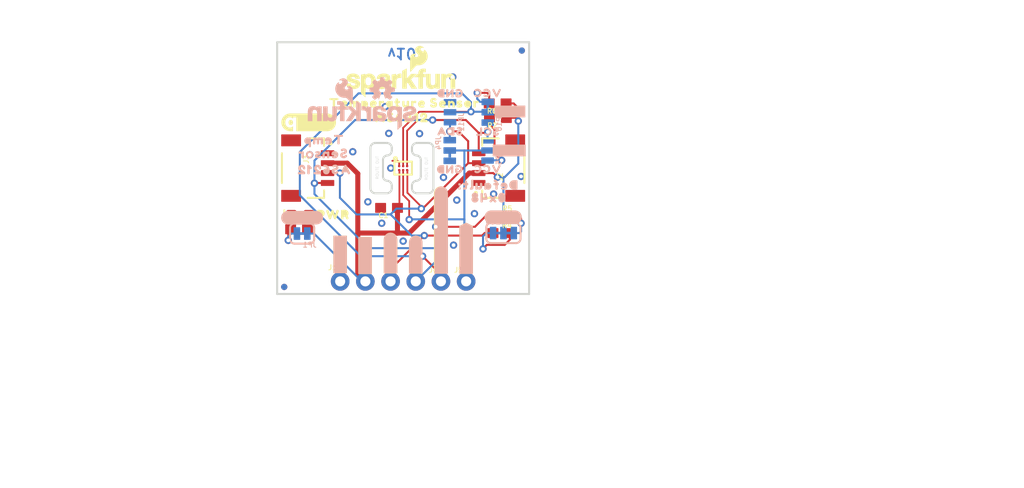
<source format=kicad_pcb>
(kicad_pcb (version 20211014) (generator pcbnew)
  (layers (0 "F.Cu" signal) (31 "B.Cu" signal) (34 "B.Paste" user) (35 "F.Paste" user) (36 "B.SilkS" user "B.Silkscreen") (37 "F.SilkS" user "F.Silkscreen") (38 "B.Mask" user) (39 "F.Mask" user) (44 "Edge.Cuts" user))
  (net 0 "")
  (net 1 "GND")
  (net 2 "3.3V")
  (net 3 "SDA")
  (net 4 "N$1")
  (net 5 "ADD0")
  (net 6 "SCL")
  (net 7 "N$2")
  (net 8 "N$3")
  (net 9 "N$7")
  (net 10 "N$8")
  (net 11 "N$5")
  (net 12 "ALERT/ADD1")
  (footprint "boardEagle:QWIIC_5.5MM" (layer "F.Cu") (at 138.9761 100.3808)
    (fp_text reference "U$15" hide)
    (fp_text value "" hide)
  )
  (footprint "boardEagle:LED-0603" (layer "F.Cu") (at 138.1125 109.728 180)
    (fp_text reference "D1" (at 0 -0.635) (layer "F.SilkS") (effects (font (size 0.512064 0.512064) (thickness 0.097536)) (justify right)))
    (fp_text value "RED")
    (pad "A" smd roundrect (at -0.877 0 90) (size 1 1) (layers "F.Cu" "F.Paste" "F.Mask") (roundrect_rratio 0.15) (net 4 "N$1"))
    (pad "C" smd roundrect (at 0.877 0 90) (size 1 1) (layers "F.Cu" "F.Paste" "F.Mask") (roundrect_rratio 0.15) (net 1 "GND"))
  )
  (footprint "boardEagle:STAND-OFF" (layer "F.Cu") (at 138.3411 94.8436)
    (fp_text reference "JP9" hide)
    (fp_text value "STAND-OFF" hide)
    (pad "" np_thru_hole circle (at 0 0) (size 3.302 3.302) (drill 3.302) (layers *.Cu *.Mask))
  )
  (footprint "boardEagle:STAND-OFF" (layer "F.Cu") (at 158.6611 115.1636)
    (fp_text reference "JP3" hide)
    (fp_text value "STAND-OFF" hide)
    (pad "" np_thru_hole circle (at 0 0) (size 3.302 3.302) (drill 3.302) (layers *.Cu *.Mask))
  )
  (footprint "boardEagle:WLCSP" (layer "F.Cu") (at 148.5011 105.0036)
    (fp_text reference "U2" hide)
    (fp_text value "AS6212" hide)
    (pad "A1" smd roundrect (at -0.4 -0.2) (size 0.25 0.25) (layers "F.Cu" "F.Paste" "F.Mask") (roundrect_rratio 0.5) (net 1 "GND"))
    (pad "A2" smd roundrect (at 0 -0.2) (size 0.25 0.25) (layers "F.Cu" "F.Paste" "F.Mask") (roundrect_rratio 0.5) (net 12 "ALERT/ADD1"))
    (pad "A3" smd roundrect (at 0.4 -0.2) (size 0.25 0.25) (layers "F.Cu" "F.Paste" "F.Mask") (roundrect_rratio 0.5) (net 6 "SCL"))
    (pad "B1" smd roundrect (at -0.4 0.2) (size 0.25 0.25) (layers "F.Cu" "F.Paste" "F.Mask") (roundrect_rratio 0.5) (net 2 "3.3V"))
    (pad "B2" smd roundrect (at 0 0.2) (size 0.25 0.25) (layers "F.Cu" "F.Paste" "F.Mask") (roundrect_rratio 0.5) (net 5 "ADD0"))
    (pad "B3" smd roundrect (at 0.4 0.2) (size 0.25 0.25) (layers "F.Cu" "F.Paste" "F.Mask") (roundrect_rratio 0.5) (net 3 "SDA"))
  )
  (footprint "boardEagle:0603" (layer "F.Cu") (at 158.4325 109.855)
    (fp_text reference "R5" (at 0 -0.762) (layer "F.SilkS") (effects (font (size 0.512064 0.512064) (thickness 0.097536)) (justify left)))
    (fp_text value "2.2k")
    (pad "1" smd roundrect (at -0.85 0) (size 1.1 1) (layers "F.Cu" "F.Paste" "F.Mask") (roundrect_rratio 0.0508) (net 6 "SCL"))
    (pad "2" smd roundrect (at 0.85 0) (size 1.1 1) (layers "F.Cu" "F.Paste" "F.Mask") (roundrect_rratio 0.0508) (net 7 "N$2"))
  )
  (footprint "boardEagle:1X01_NO_SILK" (layer "F.Cu") (at 152.3111 116.4336)
    (fp_text reference "J4" (at -1.27 -1.143) (layer "F.SilkS") (effects (font (size 0.512064 0.512064) (thickness 0.097536)) (justify left)))
    (fp_text value "")
    (pad "1" thru_hole circle (at 0 0 90) (size 1.8796 1.8796) (drill 1.016) (layers *.Cu *.Mask) (net 12 "ALERT/ADD1"))
  )
  (footprint "boardEagle:JST04_1MM_RA" (layer "F.Cu") (at 140.8811 105.0036 -90)
    (fp_text reference "J3" (at -1.397 2.159 90) (layer "F.SilkS") (effects (font (size 0.512064 0.512064) (thickness 0.097536)) (justify right)))
    (fp_text value "QWIIC_RA")
    (pad "1" smd roundrect (at -1.5 0 270) (size 0.6 1.35) (layers "F.Cu" "F.Paste" "F.Mask") (roundrect_rratio 0.08466666667) (net 1 "GND"))
    (pad "2" smd roundrect (at -0.5 0 270) (size 0.6 1.35) (layers "F.Cu" "F.Paste" "F.Mask") (roundrect_rratio 0.08466666667) (net 2 "3.3V"))
    (pad "3" smd roundrect (at 0.5 0 270) (size 0.6 1.35) (layers "F.Cu" "F.Paste" "F.Mask") (roundrect_rratio 0.08466666667) (net 3 "SDA"))
    (pad "4" smd roundrect (at 1.5 0 270) (size 0.6 1.35) (layers "F.Cu" "F.Paste" "F.Mask") (roundrect_rratio 0.08466666667) (net 6 "SCL"))
    (pad "NC1" smd roundrect (at 2.8 3.675 270) (size 1.2 2) (layers "F.Cu" "F.Paste" "F.Mask") (roundrect_rratio 0.04233333333))
    (pad "NC2" smd roundrect (at -2.8 3.675 270) (size 1.2 2) (layers "F.Cu" "F.Paste" "F.Mask") (roundrect_rratio 0.04233333333))
  )
  (footprint "boardEagle:#GND#62130" (layer "F.Cu") (at 142.1511 113.7158 90)
    (fp_text reference "U$26" hide)
    (fp_text value "" hide)
  )
  (footprint "boardEagle:PWR12" (layer "F.Cu") (at 141.4653 109.7026)
    (fp_text reference "U$19" hide)
    (fp_text value "" hide)
  )
  (footprint "boardEagle:STAND-OFF" (layer "F.Cu") (at 158.6611 94.8436)
    (fp_text reference "JP8" hide)
    (fp_text value "STAND-OFF" hide)
    (pad "" np_thru_hole circle (at 0 0) (size 3.302 3.302) (drill 3.302) (layers *.Cu *.Mask))
  )
  (footprint "boardEagle:CREATIVE_COMMONS" (layer "F.Cu") (at 128.1811 136.7536)
    (fp_text reference "FRAME1" hide)
    (fp_text value "FRAME-LETTER" hide)
  )
  (footprint "boardEagle:0603" (layer "F.Cu") (at 158.4071 111.5568)
    (fp_text reference "R4" (at 0 -0.762) (layer "F.SilkS") (effects (font (size 0.512064 0.512064) (thickness 0.097536)) (justify left)))
    (fp_text value "2.2k")
    (pad "1" smd roundrect (at -0.85 0) (size 1.1 1) (layers "F.Cu" "F.Paste" "F.Mask") (roundrect_rratio 0.0508) (net 3 "SDA"))
    (pad "2" smd roundrect (at 0.85 0) (size 1.1 1) (layers "F.Cu" "F.Paste" "F.Mask") (roundrect_rratio 0.0508) (net 8 "N$3"))
  )
  (footprint "boardEagle:0603" (layer "F.Cu") (at 138.0109 111.1758)
    (fp_text reference "R1" (at 0 -0.762) (layer "F.SilkS") (effects (font (size 0.512064 0.512064) (thickness 0.097536)) (justify left)))
    (fp_text value "1k")
    (pad "1" smd roundrect (at -0.85 0) (size 1.1 1) (layers "F.Cu" "F.Paste" "F.Mask") (roundrect_rratio 0.0508) (net 10 "N$8"))
    (pad "2" smd roundrect (at 0.85 0) (size 1.1 1) (layers "F.Cu" "F.Paste" "F.Mask") (roundrect_rratio 0.0508) (net 4 "N$1"))
  )
  (footprint "boardEagle:0603" (layer "F.Cu") (at 158.0515 99.949 180)
    (fp_text reference "R2" (at 0 -0.762) (layer "F.SilkS") (effects (font (size 0.512064 0.512064) (thickness 0.097536)) (justify right)))
    (fp_text value "10k" hide)
    (pad "1" smd roundrect (at -0.85 0 180) (size 1.1 1) (layers "F.Cu" "F.Paste" "F.Mask") (roundrect_rratio 0.0508) (net 2 "3.3V"))
    (pad "2" smd roundrect (at 0.85 0 180) (size 1.1 1) (layers "F.Cu" "F.Paste" "F.Mask") (roundrect_rratio 0.0508) (net 9 "N$7"))
  )
  (footprint "boardEagle:#ADD0#0" (layer "F.Cu") (at 154.8511 113.2586 90)
    (fp_text reference "U$31" hide)
    (fp_text value "" hide)
  )
  (footprint "boardEagle:1X01_NO_SILK" (layer "F.Cu") (at 154.8511 116.4336)
    (fp_text reference "J5" (at -1.27 -1.143) (layer "F.SilkS") (effects (font (size 0.512064 0.512064) (thickness 0.097536)) (justify left)))
    (fp_text value "")
    (pad "1" thru_hole circle (at 0 0 90) (size 1.8796 1.8796) (drill 1.016) (layers *.Cu *.Mask) (net 5 "ADD0"))
  )
  (footprint "boardEagle:0603" (layer "F.Cu") (at 147.0787 109.0168 180)
    (fp_text reference "C1" (at 0 -0.762) (layer "F.SilkS") (effects (font (size 0.512064 0.512064) (thickness 0.097536)) (justify right)))
    (fp_text value "0.1uF")
    (pad "1" smd roundrect (at -0.85 0 180) (size 1.1 1) (layers "F.Cu" "F.Paste" "F.Mask") (roundrect_rratio 0.0508) (net 2 "3.3V"))
    (pad "2" smd roundrect (at 0.85 0 180) (size 1.1 1) (layers "F.Cu" "F.Paste" "F.Mask") (roundrect_rratio 0.0508) (net 1 "GND"))
  )
  (footprint "boardEagle:FIDUCIAL-MICRO" (layer "F.Cu") (at 136.5123 116.9924)
    (fp_text reference "FD1" hide)
    (fp_text value "FIDUCIALUFIDUCIAL" hide)
    (pad "1" smd roundrect (at 0 0) (size 0.635 0.635) (layers "F.Cu" "F.Mask") (roundrect_rratio 0.5))
  )
  (footprint "boardEagle:#3V3#13" (layer "F.Cu") (at 144.6657 113.8174 90)
    (fp_text reference "U$21" hide)
    (fp_text value "" hide)
  )
  (footprint "boardEagle:JST04_1MM_RA" (layer "F.Cu") (at 156.1211 105.0036 90)
    (fp_text reference "J2" (at -1.397 2.159 90) (layer "F.SilkS") (effects (font (size 0.512064 0.512064) (thickness 0.097536)) (justify left)))
    (fp_text value "QWIIC_RA")
    (pad "1" smd roundrect (at -1.5 0 90) (size 0.6 1.35) (layers "F.Cu" "F.Paste" "F.Mask") (roundrect_rratio 0.08466666667) (net 1 "GND"))
    (pad "2" smd roundrect (at -0.5 0 90) (size 0.6 1.35) (layers "F.Cu" "F.Paste" "F.Mask") (roundrect_rratio 0.08466666667) (net 2 "3.3V"))
    (pad "3" smd roundrect (at 0.5 0 90) (size 0.6 1.35) (layers "F.Cu" "F.Paste" "F.Mask") (roundrect_rratio 0.08466666667) (net 3 "SDA"))
    (pad "4" smd roundrect (at 1.5 0 90) (size 0.6 1.35) (layers "F.Cu" "F.Paste" "F.Mask") (roundrect_rratio 0.08466666667) (net 6 "SCL"))
    (pad "NC1" smd roundrect (at 2.8 3.675 90) (size 1.2 2) (layers "F.Cu" "F.Paste" "F.Mask") (roundrect_rratio 0.04233333333))
    (pad "NC2" smd roundrect (at -2.8 3.675 90) (size 1.2 2) (layers "F.Cu" "F.Paste" "F.Mask") (roundrect_rratio 0.04233333333))
  )
  (footprint "boardEagle:#ALRT#AD1#12" (layer "F.Cu") (at 152.2857 111.4298 90)
    (fp_text reference "U$12" hide)
    (fp_text value "" hide)
  )
  (footprint "boardEagle:TEMPERATURE_SENSOR7" (layer "F.Cu") (at 148.6535 98.425)
    (fp_text reference "U$24" hide)
    (fp_text value "" hide)
  )
  (footprint "boardEagle:1X04_NO_SILK" (layer "F.Cu") (at 142.1511 116.4336)
    (fp_text reference "J1" (at -1.27 -1.397) (layer "F.SilkS") (effects (font (size 0.512064 0.512064) (thickness 0.097536)) (justify left)))
    (fp_text value "PTH")
    (pad "1" thru_hole circle (at 0 0 90) (size 1.8796 1.8796) (drill 1.016) (layers *.Cu *.Mask) (net 1 "GND"))
    (pad "2" thru_hole circle (at 2.54 0 90) (size 1.8796 1.8796) (drill 1.016) (layers *.Cu *.Mask) (net 2 "3.3V"))
    (pad "3" thru_hole circle (at 5.08 0 90) (size 1.8796 1.8796) (drill 1.016) (layers *.Cu *.Mask) (net 3 "SDA"))
    (pad "4" thru_hole circle (at 7.62 0 90) (size 1.8796 1.8796) (drill 1.016) (layers *.Cu *.Mask) (net 6 "SCL"))
  )
  (footprint "boardEagle:AS62128" (layer "F.Cu") (at 148.3995 99.8982)
    (fp_text reference "U$25" hide)
    (fp_text value "" hide)
  )
  (footprint "boardEagle:0603" (layer "F.Cu") (at 158.0261 98.4758 180)
    (fp_text reference "R6" (at 0 -0.762) (layer "F.SilkS") (effects (font (size 0.512064 0.512064) (thickness 0.097536)) (justify right)))
    (fp_text value "10k")
    (pad "1" smd roundrect (at -0.85 0 180) (size 1.1 1) (layers "F.Cu" "F.Paste" "F.Mask") (roundrect_rratio 0.0508) (net 2 "3.3V"))
    (pad "2" smd roundrect (at 0.85 0 180) (size 1.1 1) (layers "F.Cu" "F.Paste" "F.Mask") (roundrect_rratio 0.0508) (net 11 "N$5"))
  )
  (footprint "boardEagle:STAND-OFF" (layer "F.Cu") (at 138.3411 115.1636)
    (fp_text reference "JP2" hide)
    (fp_text value "STAND-OFF" hide)
    (pad "" np_thru_hole circle (at 0 0) (size 3.302 3.302) (drill 3.302) (layers *.Cu *.Mask))
  )
  (footprint "boardEagle:#SDA#62131" (layer "F.Cu") (at 147.2311 113.7412 90)
    (fp_text reference "U$28" hide)
    (fp_text value "" hide)
  )
  (footprint "boardEagle:SFE_LOGO_NAME_FLAME_.1" (layer "F.Cu") (at 148.3487 96.3676)
    (fp_text reference "LOGO4" hide)
    (fp_text value "SFE_LOGO_NAME_FLAME.1_INCH" hide)
  )
  (footprint "boardEagle:#SCL#62132" (layer "F.Cu") (at 149.7711 113.8936 90)
    (fp_text reference "U$29" hide)
    (fp_text value "" hide)
  )
  (footprint "boardEagle:FIDUCIAL-MICRO" (layer "F.Cu") (at 160.4645 93.1418)
    (fp_text reference "FD2" hide)
    (fp_text value "FIDUCIALUFIDUCIAL" hide)
    (pad "1" smd roundrect (at 0 0) (size 0.635 0.635) (layers "F.Cu" "F.Mask") (roundrect_rratio 0.5))
  )
  (footprint "boardEagle:SDA6" (layer "B.Cu") (at 153.1493 101.2952 180)
    (fp_text reference "U$10" hide)
    (fp_text value "" hide)
  )
  (footprint "boardEagle:TEMP9" (layer "B.Cu") (at 140.4239 102.1334 180)
    (fp_text reference "U$17" hide)
    (fp_text value "" hide)
  )
  (footprint "boardEagle:GND5" (layer "B.Cu") (at 153.1747 97.4598 180)
    (fp_text reference "U$9" hide)
    (fp_text value "" hide)
  )
  (footprint "boardEagle:FIDUCIAL-MICRO" (layer "B.Cu") (at 136.5123 116.9924 180)
    (fp_text reference "FD4" hide)
    (fp_text value "FIDUCIALUFIDUCIAL" hide)
    (pad "1" smd roundrect (at 0 0 180) (size 0.635 0.635) (layers "B.Cu" "B.Mask") (roundrect_rratio 0.5))
  )
  (footprint "boardEagle:VCC4" (layer "B.Cu") (at 156.9593 97.4344 180)
    (fp_text reference "U$7" hide)
    (fp_text value "" hide)
  )
  (footprint "boardEagle:0X4812" (layer "B.Cu") (at 157.0355 108.0008 180)
    (fp_text reference "U$18" hide)
    (fp_text value "" hide)
  )
  (footprint "boardEagle:OSHW-LOGO-MINI" (layer "B.Cu") (at 146.3929 97.0788 180)
    (fp_text reference "LOGO1" hide)
    (fp_text value "OSHW-LOGOMINI" hide)
  )
  (footprint "boardEagle:SMT-JUMPER_3_1-NC_TRACE_NO-SILK" (layer "B.Cu") (at 157.0355 99.3648 90)
    (fp_text reference "JP10" (at 0 1.143 90) (layer "B.SilkS") (effects (font (size 0.512064 0.512064) (thickness 0.097536)) (justify left mirror)))
    (fp_text value "JUMPER-SMT_3_1-NC_TRACE_NO-SILK")
    (fp_poly (pts (xy 0.7112 -0.13335) (xy -0.19685 -0.13335) (xy -0.19685 0.13335) (xy 0.7112 0.13335)) (layer "B.Cu") (width 0) (fill solid))
    (pad "1" smd roundrect (at -1.0414 0 90) (size 0.6604 1.27) (layers "B.Cu" "B.Mask") (roundrect_rratio 0.07692307692) (net 6 "SCL"))
    (pad "2" smd roundrect (at 0 0 90) (size 0.6604 1.27) (layers "B.Cu" "B.Mask") (roundrect_rratio 0.07692307692) (net 12 "ALERT/ADD1"))
    (pad "3" smd roundrect (at 1.0414 0 90) (size 0.6604 1.27) (layers "B.Cu" "B.Mask") (roundrect_rratio 0.07692307692) (net 11 "N$5"))
  )
  (footprint "boardEagle:SMT-JUMPER_2_NC_TRACE_SILK" (layer "B.Cu") (at 138.3157 111.6076)
    (fp_text reference "JP1" (at 0 1.143) (layer "B.SilkS") (effects (font (size 0.512064 0.512064) (thickness 0.097536)) (justify right mirror)))
    (fp_text value "LED")
    (fp_poly (pts (xy 0.1905 -0.13335) (xy -0.70485 -0.13335) (xy -0.70485 0.13335) (xy 0.1905 0.13335)) (layer "B.Cu") (width 0) (fill solid))
    (pad "1" smd roundrect (at -0.5207 0) (size 0.6604 1.27) (layers "B.Cu" "B.Mask") (roundrect_rratio 0.07692307692) (net 10 "N$8"))
    (pad "2" smd roundrect (at 0.5207 0) (size 0.6604 1.27) (layers "B.Cu" "B.Mask") (roundrect_rratio 0.07692307692) (net 2 "3.3V"))
  )
  (footprint "boardEagle:AS62128" (layer "B.Cu") (at 140.4493 105.156 180)
    (fp_text reference "U$3" hide)
    (fp_text value "" hide)
  )
  (footprint "boardEagle:#I2C#11" (layer "B.Cu") (at 158.5849 109.9566 180)
    (fp_text reference "U$2" hide)
    (fp_text value "" hide)
  )
  (footprint "boardEagle:#LED#10" (layer "B.Cu") (at 138.3157 110.0074 180)
    (fp_text reference "U$1" hide)
    (fp_text value "" hide)
  )
  (footprint "boardEagle:#3V3#13" (layer "B.Cu") (at 144.6657 113.8174 90)
    (fp_text reference "U$20" hide)
    (fp_text value "" hide)
  )
  (footprint "boardEagle:#SCL#62132" (layer "B.Cu") (at 149.7711 113.8936 90)
    (fp_text reference "U$35" hide)
    (fp_text value "" hide)
  )
  (footprint "boardEagle:SMT-JUMPER_3_2-NC_TRACE_SILK" (layer "B.Cu") (at 158.6103 111.5568 180)
    (fp_text reference "I2C0" (at 0 1.143) (layer "B.SilkS") (effects (font (size 0.512064 0.512064) (thickness 0.097536)) (justify left mirror)))
    (fp_text value "")
    (fp_poly (pts (xy 0.7112 -0.13335) (xy -0.7112 -0.13335) (xy -0.7112 0.13335) (xy 0.7112 0.13335)) (layer "B.Cu") (width 0) (fill solid))
    (pad "1" smd roundrect (at -1.0414 0 180) (size 0.6604 1.27) (layers "B.Cu" "B.Mask") (roundrect_rratio 0.07692307692) (net 7 "N$2"))
    (pad "2" smd roundrect (at 0 0 180) (size 0.6604 1.27) (layers "B.Cu" "B.Mask") (roundrect_rratio 0.07692307692) (net 2 "3.3V"))
    (pad "3" smd roundrect (at 1.0414 0 180) (size 0.6604 1.27) (layers "B.Cu" "B.Mask") (roundrect_rratio 0.07692307692) (net 8 "N$3"))
  )
  (footprint "boardEagle:DEFAULT#11" (layer "B.Cu") (at 156.9847 106.7054 180)
    (fp_text reference "U$8" hide)
    (fp_text value "" hide)
  )
  (footprint "boardEagle:SMT-JUMPER_3_1-NC_TRACE_NO-SILK" (layer "B.Cu") (at 153.2001 103.2256 -90)
    (fp_text reference "JP4" (at 0 1.143 -270) (layer "B.SilkS") (effects (font (size 0.512064 0.512064) (thickness 0.097536)) (justify right mirror)))
    (fp_text value "JUMPER-SMT_3_1-NC_TRACE_NO-SILK")
    (fp_poly (pts (xy 0.7112 -0.13335) (xy -0.19685 -0.13335) (xy -0.19685 0.13335) (xy 0.7112 0.13335)) (layer "B.Cu") (width 0) (fill solid))
    (pad "1" smd roundrect (at -1.0414 0 270) (size 0.6604 1.27) (layers "B.Cu" "B.Mask") (roundrect_rratio 0.07692307692) (net 3 "SDA"))
    (pad "2" smd roundrect (at 0 0 270) (size 0.6604 1.27) (layers "B.Cu" "B.Mask") (roundrect_rratio 0.07692307692) (net 5 "ADD0"))
    (pad "3" smd roundrect (at 1.0414 0 270) (size 0.6604 1.27) (layers "B.Cu" "B.Mask") (roundrect_rratio 0.07692307692) (net 1 "GND"))
  )
  (footprint "boardEagle:SMT-JUMPER_3_0-NO_TRACE_NO-SILK" (layer "B.Cu") (at 157.0101 103.2256 90)
    (fp_text reference "JP5" (at 0 1.143 90) (layer "B.SilkS") (effects (font (size 0.512064 0.512064) (thickness 0.097536)) (justify left mirror)))
    (fp_text value "JUMPER-SMT_3_NO_NO_SILK")
    (pad "1" smd roundrect (at -1.016 0 90) (size 0.635 1.27) (layers "B.Cu" "B.Mask") (roundrect_rratio 0.08) (net 9 "N$7"))
    (pad "2" smd roundrect (at 0 0 90) (size 0.635 1.27) (layers "B.Cu" "B.Mask") (roundrect_rratio 0.08) (net 5 "ADD0"))
    (pad "3" smd roundrect (at 1.016 0 90) (size 0.635 1.27) (layers "B.Cu" "B.Mask") (roundrect_rratio 0.08) (net 6 "SCL"))
  )
  (footprint "boardEagle:#ADD0#0" (layer "B.Cu") (at 154.8511 113.2586 90)
    (fp_text reference "U$36" hide)
    (fp_text value "" hide)
  )
  (footprint "boardEagle:SFE_LOGO_NAME_FLAME_.1" (layer "B.Cu") (at 144.2847 99.6442 180)
    (fp_text reference "LOGO2" hide)
    (fp_text value "SFE_LOGO_NAME_FLAME.1_INCH" hide)
  )
  (footprint "boardEagle:#ALRT#AD1#12" (layer "B.Cu") (at 152.3365 111.4298 90)
    (fp_text reference "U$11" hide)
    (fp_text value "" hide)
  )
  (footprint "boardEagle:VCC4" (layer "B.Cu") (at 156.9339 105.1052 180)
    (fp_text reference "U$13" hide)
    (fp_text value "" hide)
  )
  (footprint "boardEagle:SCL3" (layer "B.Cu") (at 156.9593 101.3206 180)
    (fp_text reference "U$6" hide)
    (fp_text value "" hide)
  )
  (footprint "boardEagle:#AD0#1" (layer "B.Cu") (at 159.1945 103.2256 180)
    (fp_text reference "U$4" hide)
    (fp_text value "" hide)
  )
  (footprint "boardEagle:#AD1#1" (layer "B.Cu") (at 159.2707 99.2886 180)
    (fp_text reference "U$5" hide)
    (fp_text value "" hide)
  )
  (footprint "boardEagle:FIDUCIAL-MICRO" (layer "B.Cu") (at 160.4645 93.1418 180)
    (fp_text reference "FD3" hide)
    (fp_text value "FIDUCIALUFIDUCIAL" hide)
    (pad "1" smd roundrect (at 0 0 180) (size 0.635 0.635) (layers "B.Cu" "B.Mask") (roundrect_rratio 0.5))
  )
  (footprint "boardEagle:SENSOR8" (layer "B.Cu") (at 140.3477 103.5304 180)
    (fp_text reference "U$16" hide)
    (fp_text value "" hide)
  )
  (footprint "boardEagle:SMT-JUMPER_3_0-NO_TRACE_NO-SILK" (layer "B.Cu") (at 153.2255 99.3648 90)
    (fp_text reference "JP11" (at 0 1.143 90) (layer "B.SilkS") (effects (font (size 0.512064 0.512064) (thickness 0.097536)) (justify left mirror)))
    (fp_text value "JUMPER-SMT_3_NO_NO_SILK")
    (pad "1" smd roundrect (at -1.016 0 90) (size 0.635 1.27) (layers "B.Cu" "B.Mask") (roundrect_rratio 0.08) (net 3 "SDA"))
    (pad "2" smd roundrect (at 0 0 90) (size 0.635 1.27) (layers "B.Cu" "B.Mask") (roundrect_rratio 0.08) (net 12 "ALERT/ADD1"))
    (pad "3" smd roundrect (at 1.016 0 90) (size 0.635 1.27) (layers "B.Cu" "B.Mask") (roundrect_rratio 0.08) (net 1 "GND"))
  )
  (footprint "boardEagle:#GND#62130" (layer "B.Cu") (at 142.1511 113.7158 90)
    (fp_text reference "U$30" hide)
    (fp_text value "" hide)
  )
  (footprint "boardEagle:#SDA#62131" (layer "B.Cu") (at 147.2311 113.7412 90)
    (fp_text reference "U$34" hide)
    (fp_text value "" hide)
  )
  (footprint "boardEagle:GND5" (layer "B.Cu") (at 153.1493 105.1306 180)
    (fp_text reference "U$14" hide)
    (fp_text value "" hide)
  )
  (gr_line (start 146.4691 104.2416) (end 146.4691 105.7656) (layer "Edge.Cuts") (width 0.2032))
  (gr_line (start 147.3581 106.7816) (end 147.3581 107.0356) (layer "Edge.Cuts") (width 0.2032))
  (gr_line (start 150.2791 105.7656) (end 150.2791 104.2416) (layer "Edge.Cuts") (width 0.2032))
  (gr_line (start 149.3901 103.2256) (end 149.3901 102.9716) (layer "Edge.Cuts") (width 0.2032))
  (gr_line (start 145.7071 102.4636) (end 146.8501 102.4636) (layer "Edge.Cuts") (width 0.2032))
  (gr_line (start 135.8011 117.7036) (end 135.8011 92.3036) (layer "Edge.Cuts") (width 0.2032))
  (gr_arc (start 147.3581 103.2256) (mid 147.20931 103.58481) (end 146.8501 103.7336) (layer "Edge.Cuts") (width 0.2032))
  (gr_arc (start 151.0411 102.4636) (mid 151.40031 102.61239) (end 151.5491 102.9716) (layer "Edge.Cuts") (width 0.2032))
  (gr_arc (start 147.3581 107.0356) (mid 147.20931 107.39481) (end 146.8501 107.5436) (layer "Edge.Cuts") (width 0.2032))
  (gr_arc (start 149.3901 106.7816) (mid 149.53889 106.42239) (end 149.8981 106.2736) (layer "Edge.Cuts") (width 0.2032))
  (gr_line (start 161.2011 117.7036) (end 135.8011 117.7036) (layer "Edge.Cuts") (width 0.2032))
  (gr_line (start 135.8011 92.3036) (end 161.2011 92.3036) (layer "Edge.Cuts") (width 0.2032))
  (gr_arc (start 149.3901 102.9716) (mid 149.53889 102.61239) (end 149.8981 102.4636) (layer "Edge.Cuts") (width 0.2032))
  (gr_arc (start 145.7071 107.5436) (mid 145.34789 107.39481) (end 145.1991 107.0356) (layer "Edge.Cuts") (width 0.2032))
  (gr_line (start 149.3901 107.0356) (end 149.3901 106.7816) (layer "Edge.Cuts") (width 0.2032))
  (gr_arc (start 145.1991 102.9716) (mid 145.34789 102.61239) (end 145.7071 102.4636) (layer "Edge.Cuts") (width 0.2032))
  (gr_arc (start 150.2791 105.7656) (mid 150.19381 106.098508) (end 149.8981 106.2736) (layer "Edge.Cuts") (width 0.2032))
  (gr_line (start 161.2011 92.3036) (end 161.2011 117.7036) (layer "Edge.Cuts") (width 0.2032))
  (gr_arc (start 149.8981 103.7336) (mid 149.53889 103.58481) (end 149.3901 103.2256) (layer "Edge.Cuts") (width 0.2032))
  (gr_arc (start 146.8501 106.2736) (mid 147.20931 106.42239) (end 147.3581 106.7816) (layer "Edge.Cuts") (width 0.2032))
  (gr_arc (start 146.8501 106.2736) (mid 146.55439 106.098508) (end 146.4691 105.7656) (layer "Edge.Cuts") (width 0.2032))
  (gr_line (start 151.0411 107.5436) (end 149.8981 107.5436) (layer "Edge.Cuts") (width 0.2032))
  (gr_line (start 149.8981 102.4636) (end 151.0411 102.4636) (layer "Edge.Cuts") (width 0.2032))
  (gr_arc (start 146.4691 104.2416) (mid 146.55439 103.908692) (end 146.8501 103.7336) (layer "Edge.Cuts") (width 0.2032))
  (gr_arc (start 149.8981 103.7336) (mid 150.19381 103.908692) (end 150.2791 104.2416) (layer "Edge.Cuts") (width 0.2032))
  (gr_line (start 151.5491 102.9716) (end 151.5491 107.0356) (layer "Edge.Cuts") (width 0.2032))
  (gr_arc (start 146.8501 102.4636) (mid 147.20931 102.61239) (end 147.3581 102.9716) (layer "Edge.Cuts") (width 0.2032))
  (gr_line (start 146.8501 107.5436) (end 145.7071 107.5436) (layer "Edge.Cuts") (width 0.2032))
  (gr_line (start 145.1991 107.0356) (end 145.1991 102.9716) (layer "Edge.Cuts") (width 0.2032))
  (gr_arc (start 149.8981 107.5436) (mid 149.53889 107.39481) (end 149.3901 107.0356) (layer "Edge.Cuts") (width 0.2032))
  (gr_line (start 147.3581 102.9716) (end 147.3581 103.2256) (layer "Edge.Cuts") (width 0.2032))
  (gr_arc (start 151.5491 107.0356) (mid 151.40031 107.39481) (end 151.0411 107.5436) (layer "Edge.Cuts") (width 0.2032))
  (gr_text "v10" (at 148.3741 92.8116 -180) (layer "B.Cu") (effects (font (size 1.0795 1.0795) (thickness 0.1905)) (justify bottom mirror)))
  (gr_text "ROUTE OUT" (at 146.0627 106.1466 90) (layer "Edge.Cuts") (effects (font (size 0.280416 0.280416) (thickness 0.024384)) (justify left bottom)))
  (gr_text "ROUTE OUT" (at 150.6855 103.8606 90) (layer "Edge.Cuts") (effects (font (size 0.280416 0.280416) (thickness 0.024384)) (justify right top)))
  (segment (start 148.1011 104.4226) (end 147.9455 104.267) (width 0.1778) (layer "F.Cu") (net 1))
  (segment (start 148.1011 104.8036) (end 148.1011 104.4226) (width 0.1778) (layer "F.Cu") (net 1))
  (segment (start 147.9455 104.267) (end 147.4089 104.267) (width 0.1778) (layer "F.Cu") (net 1))
  (via (at 153.9113 108.2294) (size 0.7366) (drill 0.381) (layers "F.Cu" "B.Cu") (net 1))
  (via (at 153.5811 112.776) (size 0.7366) (drill 0.381) (layers "F.Cu" "B.Cu") (net 1))
  (via (at 144.9451 108.4072) (size 0.7366) (drill 0.381) (layers "F.Cu" "B.Cu") (net 1))
  (via (at 150.1521 101.5238) (size 0.7366) (drill 0.381) (layers "F.Cu" "B.Cu") (net 1))
  (via (at 157.6197 107.6198) (size 0.7366) (drill 0.381) (layers "F.Cu" "B.Cu") (net 1))
  (via (at 153.5049 95.8088) (size 0.7366) (drill 0.381) (layers "F.Cu" "B.Cu") (net 1))
  (via (at 147.0533 101.4984) (size 0.7366) (drill 0.381) (layers "F.Cu" "B.Cu") (net 1))
  (via (at 148.5011 112.3696) (size 0.7366) (drill 0.381) (layers "F.Cu" "B.Cu") (net 1))
  (via (at 139.0777 103.6574) (size 0.7366) (drill 0.381) (layers "F.Cu" "B.Cu") (net 1))
  (via (at 147.2565 105.0036) (size 0.7366) (drill 0.381) (layers "F.Cu" "B.Cu") (net 1))
  (via (at 152.5651 105.9434) (size 0.7366) (drill 0.381) (layers "F.Cu" "B.Cu") (net 1))
  (via (at 146.6977 98.806) (size 0.7366) (drill 0.381) (layers "F.Cu" "B.Cu") (net 1))
  (via (at 155.6893 109.601) (size 0.7366) (drill 0.381) (layers "F.Cu" "B.Cu") (net 1))
  (via (at 160.3883 105.8418) (size 0.7366) (drill 0.381) (layers "F.Cu" "B.Cu") (net 1))
  (via (at 146.3421 110.5662) (size 0.7366) (drill 0.381) (layers "F.Cu" "B.Cu") (net 1))
  (via (at 143.4211 103.3526) (size 0.7366) (drill 0.381) (layers "F.Cu" "B.Cu") (net 1))
  (segment (start 160.1089 99.9236) (end 160.1089 98.9466) (width 0.2032) (layer "F.Cu") (net 2))
  (segment (start 142.8703 104.5036) (end 140.8811 104.5036) (width 0.508) (layer "F.Cu") (net 2))
  (segment (start 158.9015 99.949) (end 158.9269 99.9236) (width 0.2032) (layer "F.Cu") (net 2))
  (segment (start 143.9291 115.6716) (end 144.6911 116.4336) (width 0.508) (layer "F.Cu") (net 2))
  (segment (start 158.9269 99.9236) (end 160.1089 99.9236) (width 0.2032) (layer "F.Cu") (net 2))
  (segment (start 143.9291 111.5568) (end 143.9291 115.6716) (width 0.508) (layer "F.Cu") (net 2))
  (segment (start 149.1107 111.5568) (end 147.9169 111.5568) (width 0.508) (layer "F.Cu") (net 2))
  (segment (start 147.9287 109.0168) (end 148.1265 108.819) (width 0.1778) (layer "F.Cu") (net 2))
  (segment (start 156.1211 105.5036) (end 155.1639 105.5036) (width 0.508) (layer "F.Cu") (net 2))
  (segment (start 159.6381 98.4758) (end 158.8761 98.4758) (width 0.2032) (layer "F.Cu") (net 2))
  (segment (start 142.8703 104.5036) (end 143.9291 105.5624) (width 0.508) (layer "F.Cu") (net 2))
  (segment (start 148.1265 105.229) (end 148.1265 108.819) (width 0.1778) (layer "F.Cu") (net 2))
  (segment (start 160.1089 100.2538) (end 160.1089 99.9236) (width 0.2032) (layer "F.Cu") (net 2))
  (segment (start 147.9287 109.0168) (end 147.9287 111.545) (width 0.508) (layer "F.Cu") (net 2))
  (segment (start 157.5863 105.5036) (end 158.0007 105.918) (width 0.2032) (layer "F.Cu") (net 2))
  (segment (start 155.1639 105.5036) (end 149.1107 111.5568) (width 0.508) (layer "F.Cu") (net 2))
  (segment (start 156.1211 105.5036) (end 157.5863 105.5036) (width 0.2032) (layer "F.Cu") (net 2))
  (segment (start 143.9291 105.5624) (end 143.9291 111.5568) (width 0.508) (layer "F.Cu") (net 2))
  (segment (start 147.9287 111.545) (end 147.9169 111.5568) (width 0.508) (layer "F.Cu") (net 2))
  (segment (start 148.1011 105.2036) (end 148.1265 105.229) (width 0.1778) (layer "F.Cu") (net 2))
  (segment (start 147.9169 111.5568) (end 143.9291 111.5568) (width 0.508) (layer "F.Cu") (net 2))
  (segment (start 160.1089 98.9466) (end 159.6381 98.4758) (width 0.2032) (layer "F.Cu") (net 2))
  (via (at 158.0007 105.918) (size 0.7366) (drill 0.381) (layers "F.Cu" "B.Cu") (net 2))
  (via (at 160.1089 100.2538) (size 0.7366) (drill 0.381) (layers "F.Cu" "B.Cu") (net 2))
  (segment (start 158.7373 105.918) (end 160.1089 104.5464) (width 0.2032) (layer "B.Cu") (net 2))
  (segment (start 158.6103 111.5568) (end 158.6103 105.918) (width 0.2032) (layer "B.Cu") (net 2))
  (segment (start 144.3355 116.4336) (end 144.6911 116.4336) (width 0.2032) (layer "B.Cu") (net 2))
  (segment (start 160.1089 104.5464) (end 160.1089 100.2538) (width 0.2032) (layer "B.Cu") (net 2))
  (segment (start 144.3355 116.4336) (end 139.5095 111.6076) (width 0.2032) (layer "B.Cu") (net 2))
  (segment (start 158.0007 105.918) (end 158.6103 105.918) (width 0.2032) (layer "B.Cu") (net 2))
  (segment (start 158.6103 105.918) (end 158.7373 105.918) (width 0.2032) (layer "B.Cu") (net 2))
  (segment (start 139.5095 111.6076) (end 138.8364 111.6076) (width 0.2032) (layer "B.Cu") (net 2))
  (segment (start 148.9265 107.4864) (end 150.3299 108.8898) (width 0.1778) (layer "F.Cu") (net 3))
  (segment (start 155.053956 104.5036) (end 156.1211 104.5036) (width 0.2032) (layer "F.Cu") (net 3))
  (segment (start 150.3299 109.093) (end 150.464556 109.093) (width 0.2032) (layer "F.Cu") (net 3))
  (segment (start 150.3299 108.8898) (end 150.3299 109.093) (width 0.1778) (layer "F.Cu") (net 3))
  (segment (start 157.5571 111.5568) (end 156.7189 111.5568) (width 0.2032) (layer "F.Cu") (net 3))
  (segment (start 147.2311 115.2144) (end 147.2311 116.4336) (width 0.2032) (layer "F.Cu") (net 3))
  (segment (start 153.2001 101.2952) (end 154.0637 101.2952) (width 0.2032) (layer "F.Cu") (net 3))
  (segment (start 155.053956 102.285457) (end 155.053956 104.5036) (width 0.2032) (layer "F.Cu") (net 3))
  (segment (start 150.6347 111.8108) (end 147.2311 115.2144) (width 0.2032) (layer "F.Cu") (net 3))
  (segment (start 156.4649 111.8108) (end 150.6347 111.8108) (width 0.2032) (layer "F.Cu") (net 3))
  (segment (start 148.9011 105.2036) (end 148.9265 105.229) (width 0.1778) (layer "F.Cu") (net 3))
  (segment (start 148.9265 105.229) (end 148.9265 107.4864) (width 0.1778) (layer "F.Cu") (net 3))
  (segment (start 140.8811 105.5036) (end 142.1177 105.5036) (width 0.2032) (layer "F.Cu") (net 3))
  (segment (start 154.0637 101.2952) (end 155.053956 102.285457) (width 0.2032) (layer "F.Cu") (net 3))
  (segment (start 142.1177 105.5036) (end 142.1257 105.5116) (width 0.2032) (layer "F.Cu") (net 3))
  (segment (start 150.464556 109.093) (end 155.053956 104.5036) (width 0.2032) (layer "F.Cu") (net 3))
  (segment (start 156.7189 111.5568) (end 156.4649 111.8108) (width 0.2032) (layer "F.Cu") (net 3))
  (via (at 142.1257 105.5116) (size 0.7366) (drill 0.381) (layers "F.Cu" "B.Cu") (net 3))
  (via (at 153.2001 101.2952) (size 0.7366) (drill 0.381) (layers "F.Cu" "B.Cu") (net 3))
  (via (at 150.6347 111.8108) (size 0.7366) (drill 0.381) (layers "F.Cu" "B.Cu") (net 3))
  (via (at 150.3299 109.093) (size 0.7366) (drill 0.381) (layers "F.Cu" "B.Cu") (net 3))
  (segment (start 142.1257 108.0008) (end 143.8021 109.6772) (width 0.2032) (layer "B.Cu") (net 3))
  (segment (start 147.8153 109.093) (end 147.2311 109.6772) (width 0.2032) (layer "B.Cu") (net 3))
  (segment (start 150.3299 109.093) (end 147.8153 109.093) (width 0.2032) (layer "B.Cu") (net 3))
  (segment (start 150.6347 111.8108) (end 149.3647 111.8108) (width 0.2032) (layer "B.Cu") (net 3))
  (segment (start 153.2255 100.3808) (end 153.2255 101.2698) (width 0.2032) (layer "B.Cu") (net 3))
  (segment (start 153.2001 102.1842) (end 153.2001 101.2952) (width 0.2032) (layer "B.Cu") (net 3))
  (segment (start 153.2001 101.2952) (end 153.2255 101.2698) (width 0.2032) (layer "B.Cu") (net 3))
  (segment (start 149.3647 111.8108) (end 147.2311 109.6772) (width 0.2032) (layer "B.Cu") (net 3))
  (segment (start 143.8021 109.6772) (end 147.2311 109.6772) (width 0.2032) (layer "B.Cu") (net 3))
  (segment (start 142.1257 105.5116) (end 142.1257 108.0008) (width 0.2032) (layer "B.Cu") (net 3))
  (segment (start 138.8609 111.1758) (end 138.8609 109.8566) (width 0.2032) (layer "F.Cu") (net 4))
  (segment (start 138.8609 109.8566) (end 138.9895 109.728) (width 0.2032) (layer "F.Cu") (net 4))
  (segment (start 148.5011 105.2036) (end 148.5011 107.7214) (width 0.1778) (layer "F.Cu") (net 5))
  (segment (start 149.1107 108.331) (end 149.1107 110.1979) (width 0.1778) (layer "F.Cu") (net 5))
  (segment (start 148.5011 107.7214) (end 149.1107 108.331) (width 0.1778) (layer "F.Cu") (net 5))
  (via (at 149.1107 110.1979) (size 0.7366) (drill 0.381) (layers "F.Cu" "B.Cu") (net 5))
  (segment (start 152.3746 110.1725) (end 152.3111 110.1725) (width 0.2032) (layer "B.Cu") (net 5))
  (segment (start 157.0101 103.2256) (end 154.6733 103.2256) (width 0.2032) (layer "B.Cu") (net 5))
  (segment (start 154.6733 103.2256) (end 153.2001 103.2256) (width 0.2032) (layer "B.Cu") (net 5))
  (segment (start 152.3111 110.1725) (end 149.1361 110.1725) (width 0.2032) (layer "B.Cu") (net 5))
  (segment (start 154.6733 110.2106) (end 154.6733 103.2256) (width 0.2032) (layer "B.Cu") (net 5))
  (segment (start 154.6352 110.1725) (end 154.6733 110.2106) (width 0.2032) (layer "B.Cu") (net 5))
  (segment (start 154.6733 116.2558) (end 154.6733 110.2106) (width 0.2032) (layer "B.Cu") (net 5))
  (segment (start 152.3746 110.1725) (end 154.6352 110.1725) (width 0.2032) (layer "B.Cu") (net 5))
  (segment (start 149.1107 110.1979) (end 149.1361 110.1725) (width 0.2032) (layer "B.Cu") (net 5))
  (segment (start 154.8511 116.4336) (end 154.6733 116.2558) (width 0.2032) (layer "B.Cu") (net 5))
  (segment (start 157.5825 109.855) (end 156.8069 109.855) (width 0.2032) (layer "F.Cu") (net 6))
  (segment (start 155.7401 110.9218) (end 151.7777 110.9218) (width 0.2032) (layer "F.Cu") (net 6))
  (segment (start 139.5843 106.5036) (end 139.5603 106.5276) (width 0.2032) (layer "F.Cu") (net 6))
  (segment (start 156.1211 101.4476) (end 156.1211 103.5036) (width 0.2032) (layer "F.Cu") (net 6))
  (segment (start 148.9011 104.8036) (end 148.9011 101.2254) (width 0.1778) (layer "F.Cu") (net 6))
  (segment (start 149.9743 100.1522) (end 151.4729 100.1522) (width 0.1778) (layer "F.Cu") (net 6))
  (segment (start 156.8069 109.855) (end 155.7401 110.9218) (width 0.2032) (layer "F.Cu") (net 6))
  (segment (start 156.9339 101.4476) (end 156.1211 101.4476) (width 0.2032) (layer "F.Cu") (net 6))
  (segment (start 148.9011 101.2254) (end 149.9743 100.1522) (width 0.1778) (layer "F.Cu") (net 6))
  (segment (start 157.0355 101.346) (end 156.9339 101.4476) (width 0.2032) (layer "F.Cu") (net 6))
  (segment (start 140.8811 106.5036) (end 139.5843 106.5036) (width 0.2032) (layer "F.Cu") (net 6))
  (segment (start 154.8257 100.1522) (end 156.1211 101.4476) (width 0.2032) (layer "F.Cu") (net 6))
  (segment (start 151.4729 100.1522) (end 154.8257 100.1522) (width 0.2032) (layer "F.Cu") (net 6))
  (via (at 139.5603 106.5276) (size 0.7366) (drill 0.381) (layers "F.Cu" "B.Cu") (net 6))
  (via (at 151.4729 100.1522) (size 0.7366) (drill 0.381) (layers "F.Cu" "B.Cu") (net 6))
  (via (at 151.7777 110.9218) (size 0.7366) (drill 0.381) (layers "F.Cu" "B.Cu") (net 6))
  (via (at 157.0355 101.346) (size 0.7366) (drill 0.381) (layers "F.Cu" "B.Cu") (net 6))
  (segment (start 151.7777 110.9218) (end 151.7777 113.0808) (width 0.2032) (layer "B.Cu") (net 6))
  (segment (start 151.4729 100.1522) (end 143.6497 100.1522) (width 0.2032) (layer "B.Cu") (net 6))
  (segment (start 145.0213 113.0808) (end 139.5603 107.6198) (width 0.2032) (layer "B.Cu") (net 6))
  (segment (start 139.5603 104.2416) (end 139.5603 106.5276) (width 0.2032) (layer "B.Cu") (net 6))
  (segment (start 157.0355 100.4062) (end 157.0355 101.346) (width 0.2032) (layer "B.Cu") (net 6))
  (segment (start 151.7777 114.427) (end 149.7711 116.4336) (width 0.2032) (layer "B.Cu") (net 6))
  (segment (start 157.0101 102.2096) (end 157.0101 101.3714) (width 0.2032) (layer "B.Cu") (net 6))
  (segment (start 139.5603 106.5276) (end 139.5603 107.6198) (width 0.2032) (layer "B.Cu") (net 6))
  (segment (start 157.0101 101.3714) (end 157.0355 101.346) (width 0.2032) (layer "B.Cu") (net 6))
  (segment (start 143.6497 100.1522) (end 139.5603 104.2416) (width 0.2032) (layer "B.Cu") (net 6))
  (segment (start 151.7777 113.0808) (end 151.7777 114.427) (width 0.2032) (layer "B.Cu") (net 6))
  (segment (start 145.0213 113.0808) (end 151.7777 113.0808) (width 0.2032) (layer "B.Cu") (net 6))
  (segment (start 160.1597 109.855) (end 160.3883 110.0836) (width 0.2032) (layer "F.Cu") (net 7))
  (segment (start 159.2825 109.855) (end 160.1597 109.855) (width 0.2032) (layer "F.Cu") (net 7))
  (segment (start 160.3883 110.0836) (end 160.3883 110.5662) (width 0.2032) (layer "F.Cu") (net 7))
  (via (at 160.3883 110.5662) (size 0.7366) (drill 0.381) (layers "F.Cu" "B.Cu") (net 7))
  (segment (start 159.6517 111.5568) (end 160.2359 111.5568) (width 0.2032) (layer "B.Cu") (net 7))
  (segment (start 160.3883 110.5662) (end 160.3883 111.4044) (width 0.2032) (layer "B.Cu") (net 7))
  (segment (start 160.2359 111.5568) (end 160.3883 111.4044) (width 0.2032) (layer "B.Cu") (net 7))
  (segment (start 158.7373 112.7506) (end 156.9339 112.7506) (width 0.2032) (layer "F.Cu") (net 8))
  (segment (start 156.9339 112.7506) (end 156.5529 113.1316) (width 0.2032) (layer "F.Cu") (net 8))
  (segment (start 156.5529 113.1316) (end 156.5529 113.157) (width 0.2032) (layer "F.Cu") (net 8))
  (segment (start 159.2571 112.2308) (end 158.7373 112.7506) (width 0.2032) (layer "F.Cu") (net 8))
  (segment (start 159.2571 111.5568) (end 159.2571 112.2308) (width 0.2032) (layer "F.Cu") (net 8))
  (via (at 156.5529 113.157) (size 0.7366) (drill 0.381) (layers "F.Cu" "B.Cu") (net 8))
  (segment (start 156.5529 111.887) (end 156.5529 113.157) (width 0.2032) (layer "B.Cu") (net 8))
  (segment (start 157.5689 111.5568) (end 156.8831 111.5568) (width 0.2032) (layer "B.Cu") (net 8))
  (segment (start 156.8831 111.5568) (end 156.5529 111.887) (width 0.2032) (layer "B.Cu") (net 8))
  (segment (start 157.7095 103.4932) (end 158.4325 104.2162) (width 0.2032) (layer "F.Cu") (net 9))
  (segment (start 157.7095 101.092) (end 157.2015 100.584) (width 0.2032) (layer "F.Cu") (net 9))
  (segment (start 157.7095 101.092) (end 157.7095 103.4932) (width 0.2032) (layer "F.Cu") (net 9))
  (segment (start 157.2015 99.949) (end 157.2015 100.584) (width 0.2032) (layer "F.Cu") (net 9))
  (via (at 158.4325 104.2162) (size 0.7366) (drill 0.381) (layers "F.Cu" "B.Cu") (net 9))
  (segment (start 157.0101 104.2416) (end 157.0355 104.2162) (width 0.2032) (layer "B.Cu") (net 9))
  (segment (start 158.4325 104.2162) (end 157.0355 104.2162) (width 0.2032) (layer "B.Cu") (net 9))
  (segment (start 136.9187 112.2934) (end 136.9187 111.418) (width 0.2032) (layer "F.Cu") (net 10))
  (segment (start 136.9187 111.418) (end 137.1609 111.1758) (width 0.2032) (layer "F.Cu") (net 10))
  (via (at 136.9187 112.2934) (size 0.7366) (drill 0.381) (layers "F.Cu" "B.Cu") (net 10))
  (segment (start 137.795 111.6076) (end 137.2235 111.6076) (width 0.2032) (layer "B.Cu") (net 10))
  (segment (start 136.9187 111.9124) (end 136.9187 112.2934) (width 0.2032) (layer "B.Cu") (net 10))
  (segment (start 137.2235 111.6076) (end 136.9187 111.9124) (width 0.2032) (layer "B.Cu") (net 10))
  (segment (start 157.1761 97.6258) (end 157.1761 98.4758) (width 0.2032) (layer "F.Cu") (net 11))
  (segment (start 155.9687 97.409) (end 156.9593 97.409) (width 0.2032) (layer "F.Cu") (net 11))
  (segment (start 157.1761 97.6258) (end 156.9593 97.409) (width 0.2032) (layer "F.Cu") (net 11))
  (via (at 155.9687 97.409) (size 0.7366) (drill 0.381) (layers "F.Cu" "B.Cu") (net 11))
  (segment (start 156.2735 98.3234) (end 155.9687 98.0186) (width 0.2032) (layer "B.Cu") (net 11))
  (segment (start 155.9687 98.0186) (end 155.9687 97.409) (width 0.2032) (layer "B.Cu") (net 11))
  (segment (start 157.0355 98.3234) (end 156.2735 98.3234) (width 0.2032) (layer "B.Cu") (net 11))
  (segment (start 152.3111 115.7478) (end 150.4569 113.8936) (width 0.2032) (layer "F.Cu") (net 12))
  (segment (start 152.3111 116.4336) (end 152.3111 115.7478) (width 0.2032) (layer "F.Cu") (net 12))
  (segment (start 148.5011 104.8036) (end 148.5011 100.9396) (width 0.1778) (layer "F.Cu") (net 12))
  (segment (start 150.1267 99.314) (end 155.3337 99.314) (width 0.1778) (layer "F.Cu") (net 12))
  (segment (start 148.5011 100.9396) (end 150.1267 99.314) (width 0.1778) (layer "F.Cu") (net 12))
  (via (at 150.4569 113.8936) (size 0.7366) (drill 0.381) (layers "F.Cu" "B.Cu") (net 12))
  (via (at 155.3337 99.314) (size 0.7366) (drill 0.381) (layers "F.Cu" "B.Cu") (net 12))
  (segment (start 155.2829 99.3648) (end 155.3337 99.314) (width 0.2032) (layer "B.Cu") (net 12))
  (segment (start 150.4569 113.8936) (end 144.2339 113.8936) (width 0.2032) (layer "B.Cu") (net 12))
  (segment (start 154.4447 97.4598) (end 155.3337 98.3488) (width 0.2032) (layer "B.Cu") (net 12))
  (segment (start 138.0871 103.378) (end 144.0053 97.4598) (width 0.2032) (layer "B.Cu") (net 12))
  (segment (start 155.3337 99.314) (end 156.767368 99.314) (width 0.2032) (layer "B.Cu") (net 12))
  (segment (start 155.3337 98.3488) (end 155.3337 99.314) (width 0.2032) (layer "B.Cu") (net 12))
  (segment (start 156.792768 99.3394) (end 157.0101 99.3394) (width 0.2032) (layer "B.Cu") (net 12))
  (segment (start 156.767368 99.314) (end 156.792768 99.3394) (width 0.2032) (layer "B.Cu") (net 12))
  (segment (start 138.0871 107.7468) (end 138.0871 103.378) (width 0.2032) (layer "B.Cu") (net 12))
  (segment (start 157.0101 99.3394) (end 157.0355 99.3648) (width 0.2032) (layer "B.Cu") (net 12))
  (segment (start 153.2255 99.3648) (end 155.2829 99.3648) (width 0.2032) (layer "B.Cu") (net 12))
  (segment (start 144.2339 113.8936) (end 138.0871 107.7468) (width 0.2032) (layer "B.Cu") (net 12))
  (segment (start 144.0053 97.4598) (end 154.4447 97.4598) (width 0.2032) (layer "B.Cu") (net 12))
)
</source>
